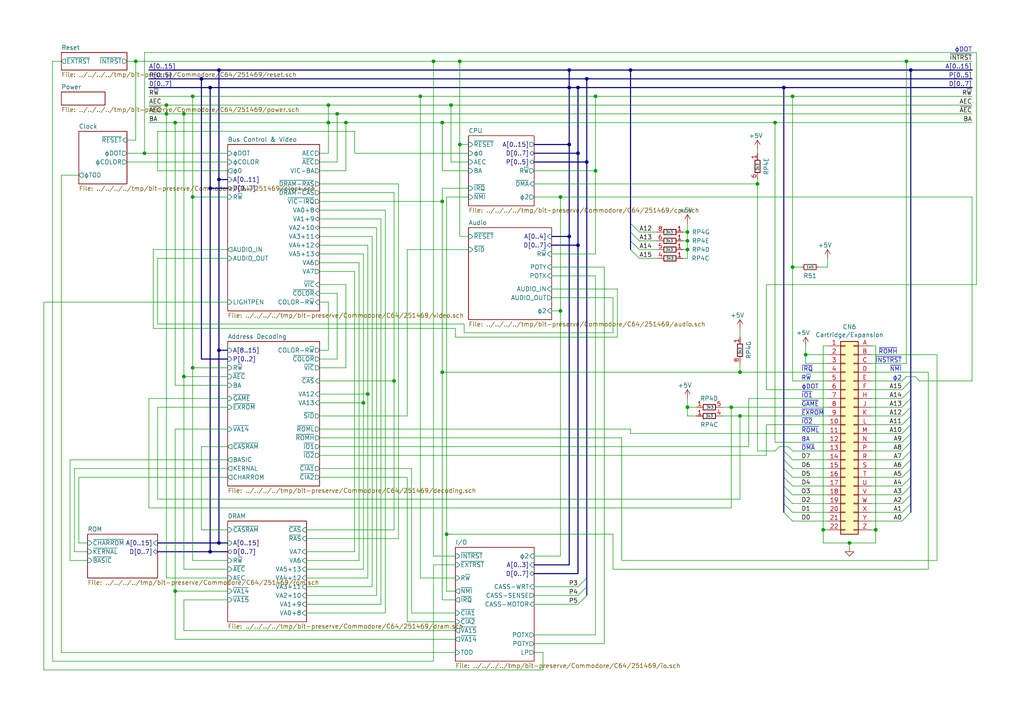
<source format=kicad_sch>
(kicad_sch (version 20230121) (generator eeschema)
  (paper "A4")
  (title_block (title "Commodore 64 (schematic #251469)") (date "2019-08-11") (rev "0.2") (company "Commodore Business Machines, Inc.") (comment 1 "Based on C64/C64C Service Manual (1992-03) pp. 31-32 [PN-314001-03]") (comment 4 "KiCad schematic capture by Cumbayah! <cumbayah@subetha.dk>"))
  (lib_symbols
    (symbol "Connector_Edge:Conn_02x22_Edge" (pin_names (offset 1.016) hide)
      (property "Reference" "J" (at 1.27 27.94 0))
      (property "Value" "Conn_02x22_Edge" (at 1.27 -30.48 0))
      (symbol "Conn_02x22_Edge_1_1"
        (rectangle (start -1.27 -27.813) (end 0 -28.067) (stroke (width 0.1524)))
        (rectangle (start -1.27 -25.273) (end 0 -25.527) (stroke (width 0.1524)))
        (rectangle (start -1.27 -22.733) (end 0 -22.987) (stroke (width 0.1524)))
        (rectangle (start -1.27 -20.193) (end 0 -20.447) (stroke (width 0.1524)))
        (rectangle (start -1.27 -17.653) (end 0 -17.907) (stroke (width 0.1524)))
        (rectangle (start -1.27 -15.113) (end 0 -15.367) (stroke (width 0.1524)))
        (rectangle (start -1.27 -12.573) (end 0 -12.827) (stroke (width 0.1524)))
        (rectangle (start -1.27 -10.033) (end 0 -10.287) (stroke (width 0.1524)))
        (rectangle (start -1.27 -7.493) (end 0 -7.747) (stroke (width 0.1524)))
        (rectangle (start -1.27 -4.953) (end 0 -5.207) (stroke (width 0.1524)))
        (rectangle (start -1.27 -2.413) (end 0 -2.667) (stroke (width 0.1524)))
        (rectangle (start -1.27 0.127) (end 0 -0.127) (stroke (width 0.1524)))
        (rectangle (start -1.27 2.667) (end 0 2.413) (stroke (width 0.1524)))
        (rectangle (start -1.27 5.207) (end 0 4.953) (stroke (width 0.1524)))
        (rectangle (start -1.27 7.747) (end 0 7.493) (stroke (width 0.1524)))
        (rectangle (start -1.27 10.287) (end 0 10.033) (stroke (width 0.1524)))
        (rectangle (start -1.27 12.827) (end 0 12.573) (stroke (width 0.1524)))
        (rectangle (start -1.27 15.367) (end 0 15.113) (stroke (width 0.1524)))
        (rectangle (start -1.27 17.907) (end 0 17.653) (stroke (width 0.1524)))
        (rectangle (start -1.27 20.447) (end 0 20.193) (stroke (width 0.1524)))
        (rectangle (start -1.27 22.987) (end 0 22.733) (stroke (width 0.1524)))
        (rectangle (start -1.27 25.527) (end 0 25.273) (stroke (width 0.1524)))
        (rectangle (start -1.27 26.67) (end 3.81 -29.21) (stroke (width 0.254)) (fill (type background)))
        (rectangle (start 3.81 -27.813) (end 2.54 -28.067) (stroke (width 0.1524)))
        (rectangle (start 3.81 -25.273) (end 2.54 -25.527) (stroke (width 0.1524)))
        (rectangle (start 3.81 -22.733) (end 2.54 -22.987) (stroke (width 0.1524)))
        (rectangle (start 3.81 -20.193) (end 2.54 -20.447) (stroke (width 0.1524)))
        (rectangle (start 3.81 -17.653) (end 2.54 -17.907) (stroke (width 0.1524)))
        (rectangle (start 3.81 -15.113) (end 2.54 -15.367) (stroke (width 0.1524)))
        (rectangle (start 3.81 -12.573) (end 2.54 -12.827) (stroke (width 0.1524)))
        (rectangle (start 3.81 -10.033) (end 2.54 -10.287) (stroke (width 0.1524)))
        (rectangle (start 3.81 -7.493) (end 2.54 -7.747) (stroke (width 0.1524)))
        (rectangle (start 3.81 -4.953) (end 2.54 -5.207) (stroke (width 0.1524)))
        (rectangle (start 3.81 -2.413) (end 2.54 -2.667) (stroke (width 0.1524)))
        (rectangle (start 3.81 0.127) (end 2.54 -0.127) (stroke (width 0.1524)))
        (rectangle (start 3.81 2.667) (end 2.54 2.413) (stroke (width 0.1524)))
        (rectangle (start 3.81 5.207) (end 2.54 4.953) (stroke (width 0.1524)))
        (rectangle (start 3.81 7.747) (end 2.54 7.493) (stroke (width 0.1524)))
        (rectangle (start 3.81 10.287) (end 2.54 10.033) (stroke (width 0.1524)))
        (rectangle (start 3.81 12.827) (end 2.54 12.573) (stroke (width 0.1524)))
        (rectangle (start 3.81 15.367) (end 2.54 15.113) (stroke (width 0.1524)))
        (rectangle (start 3.81 17.907) (end 2.54 17.653) (stroke (width 0.1524)))
        (rectangle (start 3.81 20.447) (end 2.54 20.193) (stroke (width 0.1524)))
        (rectangle (start 3.81 22.987) (end 2.54 22.733) (stroke (width 0.1524)))
        (rectangle (start 3.81 25.527) (end 2.54 25.273) (stroke (width 0.1524)))
        (pin passive line (at -5.08 25.4 0) (length 3.81) (name "Pin_1") (number "1"))
        (pin passive line (at -5.08 2.54 0) (length 3.81) (name "Pin_10") (number "10"))
        (pin passive line (at -5.08 0 0) (length 3.81) (name "Pin_11") (number "11"))
        (pin passive line (at -5.08 -2.54 0) (length 3.81) (name "Pin_12") (number "12"))
        (pin passive line (at -5.08 -5.08 0) (length 3.81) (name "Pin_13") (number "13"))
        (pin passive line (at -5.08 -7.62 0) (length 3.81) (name "Pin_14") (number "14"))
        (pin passive line (at -5.08 -10.16 0) (length 3.81) (name "Pin_15") (number "15"))
        (pin passive line (at -5.08 -12.7 0) (length 3.81) (name "Pin_16") (number "16"))
        (pin passive line (at -5.08 -15.24 0) (length 3.81) (name "Pin_17") (number "17"))
        (pin passive line (at -5.08 -17.78 0) (length 3.81) (name "Pin_18") (number "18"))
        (pin passive line (at -5.08 -20.32 0) (length 3.81) (name "Pin_19") (number "19"))
        (pin passive line (at -5.08 22.86 0) (length 3.81) (name "Pin_2") (number "2"))
        (pin passive line (at -5.08 -22.86 0) (length 3.81) (name "Pin_20") (number "20"))
        (pin passive line (at -5.08 -25.4 0) (length 3.81) (name "Pin_21") (number "21"))
        (pin passive line (at -5.08 -27.94 0) (length 3.81) (name "Pin_22") (number "22"))
        (pin passive line (at -5.08 20.32 0) (length 3.81) (name "Pin_3") (number "3"))
        (pin passive line (at -5.08 17.78 0) (length 3.81) (name "Pin_4") (number "4"))
        (pin passive line (at -5.08 15.24 0) (length 3.81) (name "Pin_5") (number "5"))
        (pin passive line (at -5.08 12.7 0) (length 3.81) (name "Pin_6") (number "6"))
        (pin passive line (at -5.08 10.16 0) (length 3.81) (name "Pin_7") (number "7"))
        (pin passive line (at -5.08 7.62 0) (length 3.81) (name "Pin_8") (number "8"))
        (pin passive line (at -5.08 5.08 0) (length 3.81) (name "Pin_9") (number "9"))
        (pin passive line (at 7.62 25.4 180) (length 3.81) (name "Pin_A") (number "A"))
        (pin passive line (at 7.62 22.86 180) (length 3.81) (name "Pin_B") (number "B"))
        (pin passive line (at 7.62 20.32 180) (length 3.81) (name "Pin_C") (number "C"))
        (pin passive line (at 7.62 17.78 180) (length 3.81) (name "Pin_D") (number "D"))
        (pin passive line (at 7.62 15.24 180) (length 3.81) (name "Pin_E") (number "E"))
        (pin passive line (at 7.62 12.7 180) (length 3.81) (name "Pin_F") (number "F"))
        (pin passive line (at 7.62 10.16 180) (length 3.81) (name "Pin_H") (number "H"))
        (pin passive line (at 7.62 7.62 180) (length 3.81) (name "Pin_J") (number "J"))
        (pin passive line (at 7.62 5.08 180) (length 3.81) (name "Pin_K") (number "K"))
        (pin passive line (at 7.62 2.54 180) (length 3.81) (name "Pin_L") (number "L"))
        (pin passive line (at 7.62 0 180) (length 3.81) (name "Pin_M") (number "M"))
        (pin passive line (at 7.62 -2.54 180) (length 3.81) (name "Pin_N") (number "N"))
        (pin passive line (at 7.62 -5.08 180) (length 3.81) (name "Pin_P") (number "P"))
        (pin passive line (at 7.62 -7.62 180) (length 3.81) (name "Pin_R") (number "R"))
        (pin passive line (at 7.62 -10.16 180) (length 3.81) (name "Pin_S") (number "S"))
        (pin passive line (at 7.62 -12.7 180) (length 3.81) (name "Pin_T") (number "T"))
        (pin passive line (at 7.62 -15.24 180) (length 3.81) (name "Pin_U") (number "U"))
        (pin passive line (at 7.62 -17.78 180) (length 3.81) (name "Pin_V") (number "V"))
        (pin passive line (at 7.62 -20.32 180) (length 3.81) (name "Pin_W") (number "W"))
        (pin passive line (at 7.62 -22.86 180) (length 3.81) (name "Pin_X") (number "X"))
        (pin passive line (at 7.62 -25.4 180) (length 3.81) (name "Pin_Y") (number "Y"))
        (pin passive line (at 7.62 -27.94 180) (length 3.81) (name "Pin_Z") (number "Z"))
      )
    )
    (symbol "Device:R_Small" (pin_numbers hide) (pin_names (offset 0.254) hide)
      (property "Reference" "R" (at 0.762 0.508 0))
      (property "Value" "R_Small" (at 0.762 -1.016 0))
      (symbol "R_Small_0_1"
        (rectangle (start -0.762 1.778) (end 0.762 -1.778) (stroke (width 0.2032)))
      )
      (symbol "R_Small_1_1"
        (pin passive line (at 0 2.54 270) (length 0.762) (name "~") (number "1"))
        (pin passive line (at 0 -2.54 90) (length 0.762) (name "~") (number "2"))
      )
    )
    (symbol "Resistor_Pack:R_Network09_Split" (pin_names (offset 1.016) hide)
      (property "Reference" "RN" (at 1.27 0.635 0))
      (property "Value" "R_Network09_Split" (at 1.27 -1.27 0))
      (symbol "R_Network09_Split_0_0"
        (pin passive line (at 0 3.81 270) (length 2.032) (name "common") (number "1"))
      )
      (symbol "R_Network09_Split_0_1"
        (rectangle (start -0.762 1.778) (end 0.762 -1.778) (stroke (width 0.2032)))
      )
      (symbol "R_Network09_Split_1_1"
        (pin passive line (at 0 -3.81 90) (length 2.032) (name "R1") (number "2"))
      )
      (symbol "R_Network09_Split_2_1"
        (rectangle (start -0.762 1.778) (end 0.762 -1.778) (stroke (width 0.2032)))
        (pin passive line (at 0 3.81 270) (length 2.032) (name "common") (number "1"))
        (pin passive line (at 0 -3.81 90) (length 2.032) (name "R2") (number "3"))
      )
      (symbol "R_Network09_Split_3_1"
        (rectangle (start -0.762 1.778) (end 0.762 -1.778) (stroke (width 0.2032)))
        (pin passive line (at 0 3.81 270) (length 2.032) (name "common") (number "1"))
        (pin passive line (at 0 -3.81 90) (length 2.032) (name "R3") (number "4"))
      )
      (symbol "R_Network09_Split_4_1"
        (rectangle (start -0.762 1.778) (end 0.762 -1.778) (stroke (width 0.2032)))
        (pin passive line (at 0 3.81 270) (length 2.032) (name "common") (number "1"))
        (pin passive line (at 0 -3.81 90) (length 2.032) (name "R4") (number "5"))
      )
      (symbol "R_Network09_Split_5_1"
        (rectangle (start -0.762 1.778) (end 0.762 -1.778) (stroke (width 0.2032)))
        (pin passive line (at 0 3.81 270) (length 2.032) (name "common") (number "1"))
        (pin passive line (at 0 -3.81 90) (length 2.032) (name "R5") (number "6"))
      )
      (symbol "R_Network09_Split_6_1"
        (rectangle (start -0.762 1.778) (end 0.762 -1.778) (stroke (width 0.2032)))
        (pin passive line (at 0 3.81 270) (length 2.032) (name "common") (number "1"))
        (pin passive line (at 0 -3.81 90) (length 2.032) (name "R6") (number "7"))
      )
      (symbol "R_Network09_Split_7_1"
        (rectangle (start -0.762 1.778) (end 0.762 -1.778) (stroke (width 0.2032)))
        (pin passive line (at 0 3.81 270) (length 2.032) (name "common") (number "1"))
        (pin passive line (at 0 -3.81 90) (length 2.032) (name "R7") (number "8"))
      )
      (symbol "R_Network09_Split_8_1"
        (pin passive line (at 0 -3.81 90) (length 2.032) (name "R8") (number "9"))
      )
      (symbol "R_Network09_Split_9_1"
        (pin passive line (at 0 -3.81 90) (length 2.032) (name "R9") (number "10"))
      )
    )
    (symbol "power:+5V" (power) (pin_names (offset 0))
      (property "Value" "+5V" (at 0 3.556 0))
      (symbol "+5V_0_1"
        (polyline (pts (xy -0.762 1.27) (xy 0 2.54)))
        (polyline (pts (xy 0 0) (xy 0 2.54)))
        (polyline (pts (xy 0 2.54) (xy 0.762 1.27)))
      )
      (symbol "+5V_1_1"
        (pin power_in line (at 0 0 90) (length 0) hide (name "+5V") (number "1"))
      )
    )
    (symbol "power:GND" (power) (pin_names (offset 0))
      (property "Value" "GND" (at 0 -3.81 0))
      (symbol "GND_0_1"
        (polyline (pts (xy 0 0) (xy 0 -1.27) (xy 1.27 -1.27) (xy 0 -2.54) (xy -1.27 -1.27) (xy 0 -1.27)))
      )
      (symbol "GND_1_1"
        (pin power_in line (at 0 0 270) (length 0) hide (name "GND") (number "1"))
      )
    )
  )
  (junction (at 55.88 57.15))
  (junction (at 95.25 30.48))
  (junction (at 262.89 17.78))
  (junction (at 219.71 53.34))
  (junction (at 212.09 118.11))
  (junction (at 214.63 107.95))
  (junction (at 63.5 20.32))
  (junction (at 199.39 67.31))
  (junction (at 63.5 52.07))
  (junction (at 100.33 35.56))
  (junction (at 162.56 57.15))
  (junction (at 133.35 41.91))
  (junction (at 106.68 114.3))
  (junction (at 170.18 46.99))
  (junction (at 50.8 171.45))
  (junction (at 58.42 22.86))
  (junction (at 63.5 101.6))
  (junction (at 199.39 72.39))
  (junction (at 172.72 27.94))
  (junction (at 246.38 157.48))
  (junction (at 165.1 25.4))
  (junction (at 167.64 71.12))
  (junction (at 167.64 44.45))
  (junction (at 105.41 116.84))
  (junction (at 48.26 30.48))
  (junction (at 264.16 20.32))
  (junction (at 60.96 25.4))
  (junction (at 254 153.67))
  (junction (at 227.33 25.4))
  (junction (at 233.68 102.87))
  (junction (at 165.1 20.32))
  (junction (at 238.76 153.67))
  (junction (at 55.88 27.94))
  (junction (at 41.91 44.45))
  (junction (at 121.92 27.94))
  (junction (at 53.34 33.02))
  (junction (at 60.96 160.02))
  (junction (at 182.88 20.32))
  (junction (at 48.26 33.02))
  (junction (at 229.87 27.94))
  (junction (at 199.39 118.11))
  (junction (at 199.39 69.85))
  (junction (at 128.27 35.56))
  (junction (at 167.64 25.4))
  (junction (at 133.35 17.78))
  (junction (at 224.79 35.56))
  (junction (at 130.81 30.48))
  (junction (at 53.34 109.22))
  (junction (at 97.79 33.02))
  (junction (at 125.73 17.78))
  (junction (at 170.18 22.86))
  (junction (at 60.96 54.61))
  (junction (at 39.37 17.78))
  (junction (at 63.5 157.48))
  (junction (at 114.3 110.49))
  (junction (at 172.72 49.53))
  (junction (at 229.87 77.47))
  (junction (at 162.56 90.17))
  (junction (at 214.63 120.65))
  (junction (at 128.27 107.95))
  (junction (at 128.27 58.42))
  (junction (at 129.54 154.94))
  (junction (at 50.8 35.56))
  (junction (at 95.25 35.56))
  (junction (at 165.1 68.58))
  (junction (at 55.88 106.68))
  (junction (at 165.1 41.91))
  (bus_entry (at 261.62 115.57) (size 2.54 -2.54))
  (bus_entry (at 167.64 170.18) (size 2.54 -2.54))
  (bus_entry (at 261.62 138.43) (size 2.54 -2.54))
  (bus_entry (at 261.62 125.73) (size 2.54 -2.54))
  (bus_entry (at 261.62 130.81) (size 2.54 -2.54))
  (bus_entry (at 261.62 146.05) (size 2.54 -2.54))
  (bus_entry (at 227.33 148.59) (size 2.54 2.54))
  (bus_entry (at 261.62 143.51) (size 2.54 -2.54))
  (bus_entry (at 182.88 72.39) (size 2.54 2.54))
  (bus_entry (at 182.88 64.77) (size 2.54 2.54))
  (bus_entry (at 167.64 172.72) (size 2.54 -2.54))
  (bus_entry (at 227.33 130.81) (size 2.54 2.54))
  (bus_entry (at 227.33 140.97) (size 2.54 2.54))
  (bus_entry (at 261.62 123.19) (size 2.54 -2.54))
  (bus_entry (at 261.62 140.97) (size 2.54 -2.54))
  (bus_entry (at 261.62 151.13) (size 2.54 -2.54))
  (bus_entry (at 261.62 133.35) (size 2.54 -2.54))
  (bus_entry (at 227.33 143.51) (size 2.54 2.54))
  (bus_entry (at 261.62 135.89) (size 2.54 -2.54))
  (bus_entry (at 261.62 118.11) (size 2.54 -2.54))
  (bus_entry (at 261.62 113.03) (size 2.54 -2.54))
  (bus_entry (at 182.88 69.85) (size 2.54 2.54))
  (bus_entry (at 261.62 128.27) (size 2.54 -2.54))
  (bus_entry (at 227.33 138.43) (size 2.54 2.54))
  (bus_entry (at 227.33 133.35) (size 2.54 2.54))
  (bus_entry (at 182.88 67.31) (size 2.54 2.54))
  (bus_entry (at 227.33 135.89) (size 2.54 2.54))
  (bus_entry (at 261.62 120.65) (size 2.54 -2.54))
  (bus_entry (at 167.64 175.26) (size 2.54 -2.54))
  (bus_entry (at 261.62 148.59) (size 2.54 -2.54))
  (bus_entry (at 227.33 146.05) (size 2.54 2.54))
  (wire (pts (xy 118.11 120.65) (xy 118.11 72.39)))
  (wire (pts (xy 66.04 57.15) (xy 55.88 57.15)))
  (wire (pts (xy 262.89 17.78) (xy 281.94 17.78)))
  (wire (pts (xy 132.08 177.8) (xy 119.38 177.8)))
  (wire (pts (xy 135.89 46.99) (xy 130.81 46.99)))
  (bus (pts (xy 227.33 140.97) (xy 227.33 143.51)))
  (wire (pts (xy 55.88 27.94) (xy 121.92 27.94)))
  (wire (pts (xy 21.59 135.89) (xy 66.04 135.89)))
  (wire (pts (xy 45.72 93.98) (xy 134.62 93.98)))
  (wire (pts (xy 172.72 49.53) (xy 172.72 27.94)))
  (wire (pts (xy 121.92 167.64) (xy 132.08 167.64)))
  (wire (pts (xy 92.71 46.99) (xy 97.79 46.99)))
  (wire (pts (xy 212.09 118.11) (xy 212.09 147.32)))
  (wire (pts (xy 157.48 189.23) (xy 154.94 189.23)))
  (wire (pts (xy 229.87 110.49) (xy 240.03 110.49)))
  (wire (pts (xy 162.56 57.15) (xy 162.56 90.17)))
  (wire (pts (xy 233.68 105.41) (xy 233.68 102.87)))
  (wire (pts (xy 105.41 116.84) (xy 105.41 165.1)))
  (wire (pts (xy 92.71 82.55) (xy 100.33 82.55)))
  (wire (pts (xy 252.73 140.97) (xy 261.62 140.97)))
  (wire (pts (xy 92.71 124.46) (xy 182.88 124.46)))
  (wire (pts (xy 281.94 57.15) (xy 281.94 110.49)))
  (wire (pts (xy 238.76 153.67) (xy 238.76 100.33)))
  (bus (pts (xy 170.18 167.64) (xy 170.18 170.18)))
  (wire (pts (xy 50.8 171.45) (xy 50.8 185.42)))
  (wire (pts (xy 132.08 163.83) (xy 125.73 163.83)))
  (wire (pts (xy 118.11 180.34) (xy 132.08 180.34)))
  (wire (pts (xy 58.42 129.54) (xy 58.42 153.67)))
  (bus (pts (xy 264.16 135.89) (xy 264.16 138.43)))
  (wire (pts (xy 162.56 161.29) (xy 162.56 90.17)))
  (wire (pts (xy 92.71 110.49) (xy 114.3 110.49)))
  (wire (pts (xy 182.88 125.73) (xy 240.03 125.73)))
  (wire (pts (xy 229.87 77.47) (xy 229.87 27.94)))
  (wire (pts (xy 66.04 109.22) (xy 53.34 109.22)))
  (wire (pts (xy 133.35 41.91) (xy 133.35 17.78)))
  (wire (pts (xy 53.34 109.22) (xy 53.34 165.1)))
  (wire (pts (xy 222.25 82.55) (xy 222.25 113.03)))
  (wire (pts (xy 50.8 185.42) (xy 132.08 185.42)))
  (wire (pts (xy 88.9 162.56) (xy 104.14 162.56)))
  (wire (pts (xy 102.87 44.45) (xy 102.87 38.1)))
  (wire (pts (xy 50.8 171.45) (xy 66.04 171.45)))
  (wire (pts (xy 92.71 104.14) (xy 97.79 104.14)))
  (wire (pts (xy 44.45 72.39) (xy 44.45 95.25)))
  (bus (pts (xy 154.94 166.37) (xy 167.64 166.37)))
  (wire (pts (xy 12.7 87.63) (xy 12.7 194.31)))
  (bus (pts (xy 60.96 54.61) (xy 60.96 160.02)))
  (wire (pts (xy 252.73 105.41) (xy 262.89 105.41)))
  (bus (pts (xy 182.88 67.31) (xy 182.88 69.85)))
  (wire (pts (xy 154.94 161.29) (xy 162.56 161.29)))
  (bus (pts (xy 63.5 101.6) (xy 63.5 157.48)))
  (wire (pts (xy 92.71 44.45) (xy 95.25 44.45)))
  (wire (pts (xy 252.73 133.35) (xy 261.62 133.35)))
  (wire (pts (xy 219.71 130.81) (xy 224.79 130.81)))
  (wire (pts (xy 252.73 110.49) (xy 261.62 110.49)))
  (bus (pts (xy 170.18 170.18) (xy 170.18 172.72)))
  (bus (pts (xy 60.96 160.02) (xy 66.04 160.02)))
  (wire (pts (xy 111.76 60.96) (xy 111.76 177.8)))
  (wire (pts (xy 252.73 138.43) (xy 261.62 138.43)))
  (wire (pts (xy 252.73 120.65) (xy 261.62 120.65)))
  (wire (pts (xy 50.8 124.46) (xy 50.8 171.45)))
  (wire (pts (xy 125.73 161.29) (xy 125.73 17.78)))
  (wire (pts (xy 175.26 186.69) (xy 154.94 186.69)))
  (wire (pts (xy 209.55 120.65) (xy 214.63 120.65)))
  (wire (pts (xy 53.34 33.02) (xy 97.79 33.02)))
  (wire (pts (xy 254 157.48) (xy 254 153.67)))
  (wire (pts (xy 48.26 33.02) (xy 48.26 167.64)))
  (bus (pts (xy 58.42 22.86) (xy 170.18 22.86)))
  (wire (pts (xy 128.27 54.61) (xy 135.89 54.61)))
  (wire (pts (xy 58.42 129.54) (xy 66.04 129.54)))
  (wire (pts (xy 252.73 143.51) (xy 261.62 143.51)))
  (wire (pts (xy 130.81 46.99) (xy 130.81 30.48)))
  (bus (pts (xy 60.96 160.02) (xy 45.72 160.02)))
  (wire (pts (xy 238.76 157.48) (xy 246.38 157.48)))
  (bus (pts (xy 167.64 44.45) (xy 167.64 71.12)))
  (wire (pts (xy 53.34 173.99) (xy 66.04 173.99)))
  (wire (pts (xy 17.78 189.23) (xy 132.08 189.23)))
  (wire (pts (xy 269.24 107.95) (xy 269.24 165.1)))
  (wire (pts (xy 97.79 46.99) (xy 97.79 33.02)))
  (bus (pts (xy 182.88 20.32) (xy 264.16 20.32)))
  (bus (pts (xy 264.16 20.32) (xy 264.16 110.49)))
  (wire (pts (xy 224.79 35.56) (xy 281.94 35.56)))
  (wire (pts (xy 43.18 35.56) (xy 50.8 35.56)))
  (wire (pts (xy 224.79 35.56) (xy 224.79 128.27)))
  (bus (pts (xy 165.1 20.32) (xy 182.88 20.32)))
  (wire (pts (xy 190.5 72.39) (xy 185.42 72.39)))
  (wire (pts (xy 25.4 157.48) (xy 22.86 157.48)))
  (bus (pts (xy 227.33 130.81) (xy 227.33 133.35)))
  (wire (pts (xy 128.27 58.42) (xy 128.27 54.61)))
  (wire (pts (xy 228.6 129.54) (xy 229.87 130.81)))
  (wire (pts (xy 214.63 120.65) (xy 214.63 144.78)))
  (bus (pts (xy 165.1 25.4) (xy 165.1 41.91)))
  (wire (pts (xy 102.87 160.02) (xy 88.9 160.02)))
  (bus (pts (xy 182.88 69.85) (xy 182.88 72.39)))
  (wire (pts (xy 172.72 27.94) (xy 229.87 27.94)))
  (wire (pts (xy 133.35 68.58) (xy 135.89 68.58)))
  (wire (pts (xy 21.59 160.02) (xy 25.4 160.02)))
  (wire (pts (xy 240.03 138.43) (xy 229.87 138.43)))
  (wire (pts (xy 162.56 57.15) (xy 281.94 57.15)))
  (wire (pts (xy 212.09 118.11) (xy 209.55 118.11)))
  (wire (pts (xy 157.48 194.31) (xy 157.48 189.23)))
  (bus (pts (xy 264.16 125.73) (xy 264.16 128.27)))
  (bus (pts (xy 227.33 146.05) (xy 227.33 148.59)))
  (wire (pts (xy 45.72 93.98) (xy 45.72 74.93)))
  (wire (pts (xy 219.71 53.34) (xy 219.71 130.81)))
  (bus (pts (xy 58.42 22.86) (xy 58.42 104.14)))
  (wire (pts (xy 179.07 83.82) (xy 160.02 83.82)))
  (wire (pts (xy 110.49 63.5) (xy 110.49 175.26)))
  (wire (pts (xy 198.12 72.39) (xy 199.39 72.39)))
  (wire (pts (xy 50.8 111.76) (xy 66.04 111.76)))
  (wire (pts (xy 172.72 49.53) (xy 172.72 73.66)))
  (wire (pts (xy 43.18 147.32) (xy 212.09 147.32)))
  (wire (pts (xy 92.71 135.89) (xy 119.38 135.89)))
  (wire (pts (xy 106.68 71.12) (xy 92.71 71.12)))
  (wire (pts (xy 125.73 17.78) (xy 133.35 17.78)))
  (wire (pts (xy 95.25 35.56) (xy 95.25 44.45)))
  (wire (pts (xy 271.78 102.87) (xy 271.78 162.56)))
  (wire (pts (xy 182.88 124.46) (xy 182.88 125.73)))
  (wire (pts (xy 224.79 130.81) (xy 226.06 129.54)))
  (wire (pts (xy 39.37 40.64) (xy 39.37 17.78)))
  (wire (pts (xy 252.73 115.57) (xy 261.62 115.57)))
  (wire (pts (xy 154.94 57.15) (xy 162.56 57.15)))
  (bus (pts (xy 264.16 128.27) (xy 264.16 130.81)))
  (bus (pts (xy 63.5 157.48) (xy 45.72 157.48)))
  (bus (pts (xy 63.5 52.07) (xy 63.5 101.6)))
  (bus (pts (xy 264.16 118.11) (xy 264.16 120.65)))
  (wire (pts (xy 106.68 114.3) (xy 106.68 167.64)))
  (wire (pts (xy 177.8 165.1) (xy 177.8 154.94)))
  (wire (pts (xy 17.78 17.78) (xy 15.24 17.78)))
  (wire (pts (xy 129.54 57.15) (xy 129.54 154.94)))
  (wire (pts (xy 95.25 35.56) (xy 100.33 35.56)))
  (wire (pts (xy 121.92 27.94) (xy 121.92 167.64)))
  (wire (pts (xy 252.73 130.81) (xy 261.62 130.81)))
  (wire (pts (xy 107.95 68.58) (xy 92.71 68.58)))
  (wire (pts (xy 199.39 118.11) (xy 199.39 120.65)))
  (wire (pts (xy 95.25 30.48) (xy 95.25 35.56)))
  (wire (pts (xy 190.5 69.85) (xy 185.42 69.85)))
  (wire (pts (xy 252.73 128.27) (xy 261.62 128.27)))
  (wire (pts (xy 121.92 27.94) (xy 172.72 27.94)))
  (bus (pts (xy 227.33 25.4) (xy 227.33 130.81)))
  (bus (pts (xy 264.16 146.05) (xy 264.16 148.59)))
  (wire (pts (xy 53.34 165.1) (xy 66.04 165.1)))
  (bus (pts (xy 60.96 54.61) (xy 66.04 54.61)))
  (wire (pts (xy 199.39 120.65) (xy 201.93 120.65)))
  (wire (pts (xy 114.3 110.49) (xy 114.3 153.67)))
  (wire (pts (xy 41.91 44.45) (xy 41.91 15.24)))
  (wire (pts (xy 252.73 125.73) (xy 261.62 125.73)))
  (wire (pts (xy 269.24 165.1) (xy 177.8 165.1)))
  (wire (pts (xy 95.25 87.63) (xy 92.71 87.63)))
  (wire (pts (xy 88.9 167.64) (xy 106.68 167.64)))
  (wire (pts (xy 133.35 41.91) (xy 133.35 68.58)))
  (wire (pts (xy 44.45 95.25) (xy 132.08 95.25)))
  (wire (pts (xy 262.89 109.22) (xy 265.43 109.22)))
  (wire (pts (xy 45.72 38.1) (xy 45.72 49.53)))
  (wire (pts (xy 129.54 154.94) (xy 177.8 154.94)))
  (bus (pts (xy 264.16 110.49) (xy 264.16 113.03)))
  (wire (pts (xy 43.18 147.32) (xy 43.18 115.57)))
  (wire (pts (xy 43.18 33.02) (xy 48.26 33.02)))
  (wire (pts (xy 36.83 17.78) (xy 39.37 17.78)))
  (wire (pts (xy 134.62 93.98) (xy 134.62 96.52)))
  (wire (pts (xy 95.25 30.48) (xy 130.81 30.48)))
  (wire (pts (xy 115.57 53.34) (xy 115.57 156.21)))
  (wire (pts (xy 92.71 114.3) (xy 106.68 114.3)))
  (wire (pts (xy 92.71 53.34) (xy 115.57 53.34)))
  (wire (pts (xy 222.25 123.19) (xy 240.03 123.19)))
  (wire (pts (xy 240.03 135.89) (xy 229.87 135.89)))
  (wire (pts (xy 55.88 106.68) (xy 55.88 162.56)))
  (wire (pts (xy 252.73 148.59) (xy 261.62 148.59)))
  (wire (pts (xy 240.03 146.05) (xy 229.87 146.05)))
  (wire (pts (xy 154.94 175.26) (xy 167.64 175.26)))
  (wire (pts (xy 88.9 156.21) (xy 115.57 156.21)))
  (wire (pts (xy 266.7 110.49) (xy 281.94 110.49)))
  (wire (pts (xy 119.38 177.8) (xy 119.38 135.89)))
  (bus (pts (xy 264.16 130.81) (xy 264.16 133.35)))
  (bus (pts (xy 63.5 20.32) (xy 63.5 52.07)))
  (wire (pts (xy 154.94 53.34) (xy 219.71 53.34)))
  (wire (pts (xy 154.94 170.18) (xy 167.64 170.18)))
  (wire (pts (xy 20.32 133.35) (xy 66.04 133.35)))
  (wire (pts (xy 53.34 182.88) (xy 53.34 173.99)))
  (bus (pts (xy 264.16 113.03) (xy 264.16 115.57)))
  (wire (pts (xy 130.81 30.48) (xy 281.94 30.48)))
  (wire (pts (xy 224.79 128.27) (xy 240.03 128.27)))
  (wire (pts (xy 262.89 17.78) (xy 262.89 105.41)))
  (wire (pts (xy 92.71 132.08) (xy 222.25 132.08)))
  (wire (pts (xy 217.17 115.57) (xy 240.03 115.57)))
  (bus (pts (xy 182.88 64.77) (xy 182.88 67.31)))
  (wire (pts (xy 179.07 97.79) (xy 179.07 83.82)))
  (wire (pts (xy 55.88 27.94) (xy 55.88 57.15)))
  (wire (pts (xy 114.3 153.67) (xy 88.9 153.67)))
  (bus (pts (xy 227.33 138.43) (xy 227.33 140.97)))
  (wire (pts (xy 240.03 118.11) (xy 212.09 118.11)))
  (wire (pts (xy 105.41 73.66) (xy 105.41 116.84)))
  (wire (pts (xy 100.33 106.68) (xy 92.71 106.68)))
  (bus (pts (xy 264.16 140.97) (xy 264.16 143.51)))
  (wire (pts (xy 22.86 50.8) (xy 17.78 50.8)))
  (bus (pts (xy 154.94 44.45) (xy 167.64 44.45)))
  (wire (pts (xy 265.43 109.22) (xy 266.7 110.49)))
  (wire (pts (xy 160.02 90.17) (xy 162.56 90.17)))
  (wire (pts (xy 102.87 38.1) (xy 45.72 38.1)))
  (wire (pts (xy 88.9 177.8) (xy 111.76 177.8)))
  (bus (pts (xy 264.16 115.57) (xy 264.16 118.11)))
  (wire (pts (xy 66.04 118.11) (xy 45.72 118.11)))
  (wire (pts (xy 240.03 140.97) (xy 229.87 140.97)))
  (wire (pts (xy 198.12 74.93) (xy 199.39 74.93)))
  (wire (pts (xy 252.73 146.05) (xy 261.62 146.05)))
  (wire (pts (xy 104.14 76.2) (xy 92.71 76.2)))
  (wire (pts (xy 229.87 77.47) (xy 232.41 77.47)))
  (wire (pts (xy 48.26 30.48) (xy 95.25 30.48)))
  (wire (pts (xy 233.68 100.33) (xy 233.68 102.87)))
  (bus (pts (xy 43.18 22.86) (xy 58.42 22.86)))
  (wire (pts (xy 217.17 129.54) (xy 217.17 115.57)))
  (wire (pts (xy 105.41 73.66) (xy 92.71 73.66)))
  (wire (pts (xy 92.71 127) (xy 180.34 127)))
  (wire (pts (xy 53.34 109.22) (xy 53.34 33.02)))
  (bus (pts (xy 43.18 25.4) (xy 60.96 25.4)))
  (wire (pts (xy 283.21 82.55) (xy 222.25 82.55)))
  (wire (pts (xy 160.02 80.01) (xy 172.72 80.01)))
  (wire (pts (xy 53.34 182.88) (xy 132.08 182.88)))
  (wire (pts (xy 246.38 158.75) (xy 246.38 157.48)))
  (wire (pts (xy 15.24 17.78) (xy 15.24 191.77)))
  (wire (pts (xy 66.04 124.46) (xy 50.8 124.46)))
  (wire (pts (xy 172.72 73.66) (xy 160.02 73.66)))
  (wire (pts (xy 45.72 118.11) (xy 45.72 144.78)))
  (wire (pts (xy 177.8 96.52) (xy 177.8 86.36)))
  (wire (pts (xy 97.79 33.02) (xy 281.94 33.02)))
  (wire (pts (xy 199.39 67.31) (xy 199.39 64.77)))
  (bus (pts (xy 154.94 46.99) (xy 170.18 46.99)))
  (bus (pts (xy 160.02 71.12) (xy 167.64 71.12)))
  (wire (pts (xy 252.73 113.03) (xy 261.62 113.03)))
  (wire (pts (xy 175.26 77.47) (xy 175.26 186.69)))
  (wire (pts (xy 102.87 78.74) (xy 102.87 160.02)))
  (bus (pts (xy 165.1 68.58) (xy 165.1 163.83)))
  (bus (pts (xy 227.33 143.51) (xy 227.33 146.05)))
  (wire (pts (xy 190.5 74.93) (xy 185.42 74.93)))
  (wire (pts (xy 160.02 86.36) (xy 177.8 86.36)))
  (bus (pts (xy 63.5 20.32) (xy 165.1 20.32)))
  (wire (pts (xy 129.54 171.45) (xy 129.54 154.94)))
  (wire (pts (xy 97.79 85.09) (xy 92.71 85.09)))
  (wire (pts (xy 118.11 138.43) (xy 118.11 180.34)))
  (wire (pts (xy 214.63 95.25) (xy 214.63 97.79)))
  (wire (pts (xy 229.87 27.94) (xy 281.94 27.94)))
  (wire (pts (xy 128.27 58.42) (xy 128.27 107.95)))
  (wire (pts (xy 133.35 41.91) (xy 135.89 41.91)))
  (wire (pts (xy 240.03 120.65) (xy 214.63 120.65)))
  (wire (pts (xy 252.73 153.67) (xy 254 153.67)))
  (wire (pts (xy 92.71 138.43) (xy 118.11 138.43)))
  (bus (pts (xy 167.64 71.12) (xy 167.64 166.37)))
  (wire (pts (xy 92.71 49.53) (xy 100.33 49.53)))
  (wire (pts (xy 100.33 35.56) (xy 128.27 35.56)))
  (wire (pts (xy 114.3 55.88) (xy 114.3 110.49)))
  (wire (pts (xy 17.78 50.8) (xy 17.78 189.23)))
  (wire (pts (xy 22.86 138.43) (xy 66.04 138.43)))
  (wire (pts (xy 199.39 74.93) (xy 199.39 72.39)))
  (wire (pts (xy 198.12 69.85) (xy 199.39 69.85)))
  (wire (pts (xy 132.08 95.25) (xy 132.08 97.79)))
  (bus (pts (xy 154.94 41.91) (xy 165.1 41.91)))
  (wire (pts (xy 100.33 49.53) (xy 100.33 35.56)))
  (wire (pts (xy 129.54 57.15) (xy 135.89 57.15)))
  (wire (pts (xy 97.79 104.14) (xy 97.79 85.09)))
  (wire (pts (xy 118.11 72.39) (xy 135.89 72.39)))
  (wire (pts (xy 214.63 107.95) (xy 240.03 107.95)))
  (wire (pts (xy 240.03 102.87) (xy 233.68 102.87)))
  (bus (pts (xy 165.1 41.91) (xy 165.1 68.58)))
  (wire (pts (xy 154.94 49.53) (xy 172.72 49.53)))
  (wire (pts (xy 135.89 44.45) (xy 102.87 44.45)))
  (wire (pts (xy 114.3 55.88) (xy 92.71 55.88)))
  (wire (pts (xy 132.08 97.79) (xy 179.07 97.79)))
  (wire (pts (xy 110.49 63.5) (xy 92.71 63.5)))
  (bus (pts (xy 63.5 52.07) (xy 66.04 52.07)))
  (wire (pts (xy 190.5 67.31) (xy 185.42 67.31)))
  (wire (pts (xy 104.14 76.2) (xy 104.14 162.56)))
  (wire (pts (xy 100.33 82.55) (xy 100.33 106.68)))
  (wire (pts (xy 92.71 120.65) (xy 118.11 120.65)))
  (wire (pts (xy 95.25 101.6) (xy 95.25 87.63)))
  (wire (pts (xy 246.38 157.48) (xy 254 157.48)))
  (wire (pts (xy 92.71 116.84) (xy 105.41 116.84)))
  (wire (pts (xy 238.76 153.67) (xy 238.76 157.48)))
  (wire (pts (xy 48.26 30.48) (xy 48.26 33.02)))
  (bus (pts (xy 227.33 135.89) (xy 227.33 138.43)))
  (bus (pts (xy 58.42 104.14) (xy 66.04 104.14)))
  (bus (pts (xy 264.16 20.32) (xy 281.94 20.32)))
  (wire (pts (xy 252.73 118.11) (xy 261.62 118.11)))
  (wire (pts (xy 36.83 44.45) (xy 41.91 44.45)))
  (wire (pts (xy 107.95 170.18) (xy 88.9 170.18)))
  (wire (pts (xy 66.04 74.93) (xy 45.72 74.93)))
  (wire (pts (xy 48.26 33.02) (xy 53.34 33.02)))
  (bus (pts (xy 60.96 25.4) (xy 165.1 25.4)))
  (wire (pts (xy 92.71 58.42) (xy 128.27 58.42)))
  (wire (pts (xy 219.71 52.07) (xy 219.71 53.34)))
  (bus (pts (xy 264.16 123.19) (xy 264.16 125.73)))
  (wire (pts (xy 240.03 143.51) (xy 229.87 143.51)))
  (bus (pts (xy 43.18 20.32) (xy 63.5 20.32)))
  (wire (pts (xy 20.32 162.56) (xy 20.32 133.35)))
  (wire (pts (xy 43.18 27.94) (xy 55.88 27.94)))
  (wire (pts (xy 111.76 60.96) (xy 92.71 60.96)))
  (wire (pts (xy 105.41 165.1) (xy 88.9 165.1)))
  (bus (pts (xy 264.16 138.43) (xy 264.16 140.97)))
  (wire (pts (xy 88.9 172.72) (xy 109.22 172.72)))
  (wire (pts (xy 134.62 96.52) (xy 177.8 96.52)))
  (wire (pts (xy 172.72 184.15) (xy 154.94 184.15)))
  (wire (pts (xy 128.27 107.95) (xy 214.63 107.95)))
  (wire (pts (xy 283.21 15.24) (xy 283.21 82.55)))
  (wire (pts (xy 252.73 100.33) (xy 254 100.33)))
  (wire (pts (xy 135.89 49.53) (xy 128.27 49.53)))
  (wire (pts (xy 128.27 173.99) (xy 128.27 107.95)))
  (bus (pts (xy 170.18 46.99) (xy 170.18 167.64)))
  (wire (pts (xy 43.18 30.48) (xy 48.26 30.48)))
  (wire (pts (xy 271.78 162.56) (xy 180.34 162.56)))
  (wire (pts (xy 219.71 43.18) (xy 219.71 44.45)))
  (wire (pts (xy 36.83 40.64) (xy 39.37 40.64)))
  (wire (pts (xy 254 153.67) (xy 254 100.33)))
  (bus (pts (xy 165.1 25.4) (xy 167.64 25.4)))
  (wire (pts (xy 252.73 102.87) (xy 271.78 102.87)))
  (wire (pts (xy 107.95 68.58) (xy 107.95 170.18)))
  (bus (pts (xy 264.16 133.35) (xy 264.16 135.89)))
  (bus (pts (xy 167.64 25.4) (xy 227.33 25.4)))
  (wire (pts (xy 92.71 129.54) (xy 217.17 129.54)))
  (wire (pts (xy 240.03 133.35) (xy 229.87 133.35)))
  (wire (pts (xy 229.87 130.81) (xy 240.03 130.81)))
  (wire (pts (xy 132.08 161.29) (xy 125.73 161.29)))
  (wire (pts (xy 252.73 123.19) (xy 261.62 123.19)))
  (wire (pts (xy 240.03 153.67) (xy 238.76 153.67)))
  (wire (pts (xy 25.4 162.56) (xy 20.32 162.56)))
  (wire (pts (xy 261.62 110.49) (xy 262.89 109.22)))
  (wire (pts (xy 172.72 80.01) (xy 172.72 184.15)))
  (wire (pts (xy 252.73 135.89) (xy 261.62 135.89)))
  (wire (pts (xy 240.03 77.47) (xy 237.49 77.47)))
  (bus (pts (xy 63.5 157.48) (xy 66.04 157.48)))
  (bus (pts (xy 154.94 163.83) (xy 165.1 163.83)))
  (wire (pts (xy 109.22 66.04) (xy 92.71 66.04)))
  (wire (pts (xy 128.27 35.56) (xy 224.79 35.56)))
  (wire (pts (xy 199.39 118.11) (xy 199.39 115.57)))
  (wire (pts (xy 106.68 71.12) (xy 106.68 114.3)))
  (wire (pts (xy 66.04 72.39) (xy 44.45 72.39)))
  (wire (pts (xy 110.49 175.26) (xy 88.9 175.26)))
  (bus (pts (xy 227.33 25.4) (xy 281.94 25.4)))
  (bus (pts (xy 160.02 68.58) (xy 165.1 68.58)))
  (bus (pts (xy 170.18 22.86) (xy 170.18 46.99)))
  (wire (pts (xy 50.8 35.56) (xy 50.8 111.76)))
  (wire (pts (xy 240.03 74.93) (xy 240.03 77.47)))
  (wire (pts (xy 41.91 15.24) (xy 283.21 15.24)))
  (wire (pts (xy 66.04 87.63) (xy 12.7 87.63)))
  (wire (pts (xy 15.24 191.77) (xy 125.73 191.77)))
  (bus (pts (xy 264.16 143.51) (xy 264.16 146.05)))
  (wire (pts (xy 132.08 171.45) (xy 129.54 171.45)))
  (wire (pts (xy 92.71 101.6) (xy 95.25 101.6)))
  (wire (pts (xy 55.88 162.56) (xy 66.04 162.56)))
  (wire (pts (xy 222.25 113.03) (xy 240.03 113.03)))
  (wire (pts (xy 199.39 72.39) (xy 199.39 69.85)))
  (bus (pts (xy 264.16 120.65) (xy 264.16 123.19)))
  (wire (pts (xy 201.93 118.11) (xy 199.39 118.11)))
  (wire (pts (xy 214.63 105.41) (xy 214.63 107.95)))
  (bus (pts (xy 165.1 20.32) (xy 165.1 25.4)))
  (bus (pts (xy 167.64 25.4) (xy 167.64 44.45)))
  (wire (pts (xy 160.02 77.47) (xy 175.26 77.47)))
  (wire (pts (xy 133.35 17.78) (xy 262.89 17.78)))
  (wire (pts (xy 109.22 66.04) (xy 109.22 172.72)))
  (wire (pts (xy 229.87 77.47) (xy 229.87 110.49)))
  (wire (pts (xy 43.18 115.57) (xy 66.04 115.57)))
  (wire (pts (xy 45.72 49.53) (xy 66.04 49.53)))
  (wire (pts (xy 240.03 148.59) (xy 229.87 148.59)))
  (wire (pts (xy 180.34 162.56) (xy 180.34 127)))
  (wire (pts (xy 154.94 172.72) (xy 167.64 172.72)))
  (wire (pts (xy 199.39 69.85) (xy 199.39 67.31)))
  (wire (pts (xy 12.7 194.31) (xy 157.48 194.31)))
  (wire (pts (xy 41.91 44.45) (xy 66.04 44.45)))
  (wire (pts (xy 240.03 151.13) (xy 229.87 151.13)))
  (bus (pts (xy 182.88 20.32) (xy 182.88 64.77)))
  (wire (pts (xy 240.03 100.33) (xy 238.76 100.33)))
  (wire (pts (xy 48.26 167.64) (xy 66.04 167.64)))
  (wire (pts (xy 132.08 173.99) (xy 128.27 173.99)))
  (bus (pts (xy 227.33 133.35) (xy 227.33 135.89)))
  (wire (pts (xy 252.73 151.13) (xy 261.62 151.13)))
  (wire (pts (xy 58.42 153.67) (xy 66.04 153.67)))
  (wire (pts (xy 22.86 157.48) (xy 22.86 138.43)))
  (wire (pts (xy 55.88 57.15) (xy 55.88 106.68)))
  (wire (pts (xy 226.06 129.54) (xy 228.6 129.54)))
  (wire (pts (xy 36.83 46.99) (xy 66.04 46.99)))
  (bus (pts (xy 63.5 101.6) (xy 66.04 101.6)))
  (wire (pts (xy 252.73 107.95) (xy 269.24 107.95)))
  (wire (pts (xy 92.71 78.74) (xy 102.87 78.74)))
  (wire (pts (xy 39.37 17.78) (xy 125.73 17.78)))
  (bus (pts (xy 170.18 22.86) (xy 281.94 22.86)))
  (wire (pts (xy 240.03 105.41) (xy 233.68 105.41)))
  (bus (pts (xy 60.96 25.4) (xy 60.96 54.61)))
  (wire (pts (xy 45.72 144.78) (xy 214.63 144.78)))
  (wire (pts (xy 21.59 135.89) (xy 21.59 160.02)))
  (wire (pts (xy 198.12 67.31) (xy 199.39 67.31)))
  (wire (pts (xy 125.73 163.83) (xy 125.73 191.77)))
  (wire (pts (xy 128.27 49.53) (xy 128.27 35.56)))
  (wire (pts (xy 50.8 35.56) (xy 95.25 35.56)))
  (wire (pts (xy 55.88 106.68) (xy 66.04 106.68)))
  (wire (pts (xy 222.25 132.08) (xy 222.25 123.19)))
  (text "~{EXROM}" (at 232.41 120.65 0) (effects (font (size 1.27 1.27)) (justify left bottom)))
  (text "~{ROML}" (at 232.41 125.73 0) (effects (font (size 1.27 1.27)) (justify left bottom)))
  (text "ϕ2" (at 261.62 110.49 0) (effects (font (size 1.27 1.27)) (justify right bottom)))
  (text "~{ROMH}" (at 260.35 102.87 0) (effects (font (size 1.27 1.27)) (justify right bottom)))
  (text "R~{W}" (at 232.41 110.49 0) (effects (font (size 1.27 1.27)) (justify left bottom)))
  (text "~{INSTRST}" (at 261.62 105.41 0) (effects (font (size 1.27 1.27)) (justify right bottom)))
  (text "BA" (at 232.41 128.27 0) (effects (font (size 1.27 1.27)) (justify left bottom)))
  (text "~{IO2}" (at 232.41 123.19 0) (effects (font (size 1.27 1.27)) (justify left bottom)))
  (text "~{IO1}" (at 232.41 115.57 0) (effects (font (size 1.27 1.27)) (justify left bottom)))
  (text "~{IRQ}" (at 232.41 107.95 0) (effects (font (size 1.27 1.27)) (justify left bottom)))
  (text "ϕDOT" (at 281.94 15.24 0) (effects (font (size 1.27 1.27)) (justify right bottom)))
  (text "~{DMA}" (at 232.41 130.81 0) (effects (font (size 1.27 1.27)) (justify left bottom)))
  (text "~{NMI}" (at 261.62 107.95 0) (effects (font (size 1.27 1.27)) (justify right bottom)))
  (text "ϕDOT" (at 232.41 113.03 0) (effects (font (size 1.27 1.27)) (justify left bottom)))
  (text "~{GAME}" (at 232.41 118.11 0) (effects (font (size 1.27 1.27)) (justify left bottom)))
  (label "A13" (at 185.42 69.85 0))
  (label "D1" (at 232.41 148.59 0))
  (label "A11" (at 261.62 123.19 180))
  (label "~{AEC}" (at 43.18 33.02 0))
  (label "R~{W}" (at 43.18 27.94 0))
  (label "~{AEC}" (at 281.94 33.02 180))
  (label "A13" (at 261.62 118.11 180))
  (label "P5" (at 167.64 175.26 180))
  (label "A10" (at 261.62 125.73 180))
  (label "A12" (at 261.62 120.65 180))
  (label "D[0..7]" (at 281.94 25.4 180))
  (label "AEC" (at 43.18 30.48 0))
  (label "A6" (at 261.62 135.89 180))
  (label "A5" (at 261.62 138.43 180))
  (label "A15" (at 185.42 74.93 0))
  (label "A14" (at 261.62 115.57 180))
  (label "A[0..15]" (at 43.18 20.32 0))
  (label "R~{W}" (at 281.94 27.94 180))
  (label "A9" (at 261.62 128.27 180))
  (label "A7" (at 261.62 133.35 180))
  (label "A12" (at 185.42 67.31 0))
  (label "A2" (at 261.62 146.05 180))
  (label "P3" (at 167.64 170.18 180))
  (label "A[0..15]" (at 281.94 20.32 180))
  (label "A8" (at 261.62 130.81 180))
  (label "AEC" (at 281.94 30.48 180))
  (label "A4" (at 261.62 140.97 180))
  (label "D2" (at 232.41 146.05 0))
  (label "D7" (at 232.41 133.35 0))
  (label "D5" (at 232.41 138.43 0))
  (label "D4" (at 232.41 140.97 0))
  (label "A14" (at 185.42 72.39 0))
  (label "P[0..5]" (at 43.18 22.86 0))
  (label "P[0..5]" (at 281.94 22.86 180))
  (label "A0" (at 261.62 151.13 180))
  (label "D0" (at 232.41 151.13 0))
  (label "D6" (at 232.41 135.89 0))
  (label "D[0..7]" (at 43.18 25.4 0))
  (label "P4" (at 167.64 172.72 180))
  (label "D3" (at 232.41 143.51 0))
  (label "~{INTRST}" (at 281.94 17.78 180))
  (label "A3" (at 261.62 143.51 180))
  (label "A1" (at 261.62 148.59 180))
  (label "BA" (at 43.18 35.56 0))
  (label "A15" (at 261.62 113.03 180))
  (label "BA" (at 281.94 35.56 180))
  (symbol (lib_id "Resistor_Pack:R_Network09_Split") (at 194.31 74.93 270) (unit 3)
    (property "Reference" "RP4" (at 203.2 74.93 90))
    (property "Value" "3k3" (at 194.31 74.93 90) (effects (font (size 0.762 0.762))))
    (property "Footprint" "Resistor_THT:R_Array_SIP10" (effects hide))
    (property "Datasheet" "http://www.vishay.com/docs/31509/csc.pdf" (effects hide))
  )
  (symbol (lib_id "Resistor_Pack:R_Network09_Split") (at 194.31 69.85 270) (unit 5)
    (property "Reference" "RP4" (at 200.66 69.85 90) (effects (justify left)))
    (property "Value" "3k3" (at 193.04 69.85 90) (effects (font (size 0.762 0.762)) (justify left)))
    (property "Footprint" "Resistor_THT:R_Array_SIP10" (effects hide))
    (property "Datasheet" "http://www.vishay.com/docs/31509/csc.pdf" (effects hide))
  )
  (symbol (lib_id "Resistor_Pack:R_Network09_Split") (at 194.31 67.31 270) (unit 7)
    (property "Reference" "RP4" (at 200.66 67.31 90) (effects (justify left)))
    (property "Value" "3k3" (at 193.04 67.31 90) (effects (font (size 0.762 0.762)) (justify left)))
    (property "Footprint" "Resistor_THT:R_Array_SIP10" (effects hide))
    (property "Datasheet" "http://www.vishay.com/docs/31509/csc.pdf" (effects hide))
  )
  (symbol (lib_id "Resistor_Pack:R_Network09_Split") (at 194.31 72.39 270) (unit 4)
    (property "Reference" "RP4" (at 200.66 72.39 90) (effects (justify left)))
    (property "Value" "3k3" (at 193.04 72.39 90) (effects (font (size 0.762 0.762)) (justify left)))
    (property "Footprint" "Resistor_THT:R_Array_SIP10" (effects hide))
    (property "Datasheet" "http://www.vishay.com/docs/31509/csc.pdf" (effects hide))
  )
  (symbol (lib_id "power:+5V") (at 199.39 64.77 0) (unit 1)
    (property "Reference" "#PWR0266" (effects hide))
    (property "Value" "+5V" (at 196.85 60.96 0) (effects (justify left)))
  )
  (symbol (lib_id "Resistor_Pack:R_Network09_Split") (at 205.74 120.65 90) (unit 3)
    (property "Reference" "RP4" (at 205.74 123.19 90))
    (property "Value" "3k3" (at 205.74 120.65 90) (effects (font (size 0.762 0.762))))
    (property "Footprint" "Resistor_THT:R_Array_SIP10" (effects hide))
    (property "Datasheet" "http://www.vishay.com/docs/31509/csc.pdf" (effects hide))
  )
  (symbol (lib_id "Resistor_Pack:R_Network09_Split") (at 205.74 118.11 90) (unit 4)
    (property "Reference" "RP4" (at 208.28 115.57 90) (effects (justify left)))
    (property "Value" "3k3" (at 207.01 118.11 90) (effects (font (size 0.762 0.762)) (justify left)))
    (property "Footprint" "Resistor_THT:R_Array_SIP10" (effects hide))
    (property "Datasheet" "http://www.vishay.com/docs/31509/csc.pdf" (effects hide))
  )
  (symbol (lib_id "Connector_Edge:Conn_02x22_Edge") (at 245.11 125.73 0) (unit 1)
    (property "Reference" "CN6" (at 246.38 94.8182 0))
    (property "Value" "Cartridge/Expansion" (at 246.38 97.1296 0))
  )
  (symbol (lib_id "power:+5V") (at 199.39 115.57 0) (mirror y) (unit 1)
    (property "Reference" "#PWR0262" (effects hide))
    (property "Value" "+5V" (at 200.66 111.76 0) (effects (justify left)))
  )
  (symbol (lib_id "power:+5V") (at 219.71 43.18 0) (unit 1)
    (property "Reference" "#PWR0263" (effects hide))
    (property "Value" "+5V" (at 217.17 39.37 0) (effects (justify left)))
  )
  (symbol (lib_id "Resistor_Pack:R_Network09_Split") (at 214.63 101.6 0) (unit 7)
    (property "Reference" "RP4" (at 217.17 104.14 90) (effects (justify left)))
    (property "Value" "3k3" (at 214.63 102.87 90) (effects (font (size 0.762 0.762)) (justify left)))
    (property "Footprint" "Resistor_THT:R_Array_SIP10" (effects hide))
    (property "Datasheet" "http://www.vishay.com/docs/31509/csc.pdf" (effects hide))
  )
  (symbol (lib_id "Resistor_Pack:R_Network09_Split") (at 219.71 48.26 0) (unit 5)
    (property "Reference" "RP4" (at 222.25 50.8 90) (effects (justify left)))
    (property "Value" "3k3" (at 219.71 49.53 90) (effects (font (size 0.762 0.762)) (justify left)))
    (property "Footprint" "Resistor_THT:R_Array_SIP10" (effects hide))
    (property "Datasheet" "http://www.vishay.com/docs/31509/csc.pdf" (effects hide))
  )
  (symbol (lib_id "power:+5V") (at 214.63 95.25 0) (mirror y) (unit 1)
    (property "Reference" "#PWR0264" (effects hide))
    (property "Value" "+5V" (at 215.9 91.44 0) (effects (justify left)))
  )
  (symbol (lib_id "Device:R_Small") (at 234.95 77.47 270) (unit 1)
    (property "Reference" "R51" (at 234.95 80.01 90))
    (property "Value" "1k5" (at 234.95 77.47 90) (effects (font (size 0.762 0.762))))
    (property "Ohmic Tolerance" "5%" (effects hide))
    (property "Power Rating" "0.25W" (effects hide))
  )
  (symbol (lib_id "power:+5V") (at 240.03 74.93 0) (mirror y) (unit 1)
    (property "Reference" "#PWR0265" (effects hide))
    (property "Value" "+5V" (at 241.3 71.12 0) (effects (justify left)))
  )
  (symbol (lib_id "power:GND") (at 246.38 158.75 0) (unit 1)
    (property "Reference" "#PWR0102" (effects hide))
    (property "Value" "GND" (effects hide))
  )
  (symbol (lib_id "power:+5V") (at 233.68 100.33 0) (mirror y) (unit 1)
    (property "Reference" "#PWR0101" (effects hide))
    (property "Value" "+5V" (at 234.95 96.52 0) (effects (justify left)))
  )
  (sheet (at 66.04 41.91) (size 26.67 48.26)
    (property "Sheetname" "Bus Control & Video" (at 66.04 41.1984 0) (effects (justify left bottom)))
    (property "Sheetfile" "../../../../tmp/bit-preserve/Commodore/C64/251469/video.sch" (at 66.04 90.7546 0) (effects (justify left top)))
    (pin "AUDIO_OUT" input (at 66.04 74.93 180))
    (pin "ϕDOT" input (at 66.04 44.45 180))
    (pin "ϕCOLOR" input (at 66.04 46.99 180))
    (pin "A[0..11]" input (at 66.04 52.07 180))
    (pin "D[0..7]" bidirectional (at 66.04 54.61 180))
    (pin "AEC" output (at 92.71 44.45 0))
    (pin "~{VIC}" input (at 92.71 82.55 0))
    (pin "R~{W}" input (at 66.04 57.15 180))
    (pin "LIGHTPEN" input (at 66.04 87.63 180))
    (pin "VIC-BA" output (at 92.71 49.53 0))
    (pin "~{VIC-IRQ}" output (at 92.71 58.42 0))
    (pin "ϕ0" output (at 66.04 49.53 180))
    (pin "COLOR-R~{W}" input (at 92.71 87.63 0))
    (pin "~{COLOR}" input (at 92.71 85.09 0))
    (pin "VA7" output (at 92.71 78.74 0))
    (pin "VA6" output (at 92.71 76.2 0))
    (pin "VA5+13" bidirectional (at 92.71 73.66 0))
    (pin "VA4+12" bidirectional (at 92.71 71.12 0))
    (pin "VA3+11" bidirectional (at 92.71 68.58 0))
    (pin "VA2+10" bidirectional (at 92.71 66.04 0))
    (pin "VA1+9" bidirectional (at 92.71 63.5 0))
    (pin "VA0+8" bidirectional (at 92.71 60.96 0))
    (pin "~{DRAM-CAS}" output (at 92.71 55.88 0))
    (pin "~{DRAM-RAS}" output (at 92.71 53.34 0))
    (pin "AUDIO_IN" output (at 66.04 72.39 180))
    (pin "~{AEC}" output (at 92.71 46.99 0))
  )
  (sheet (at 135.89 66.04) (size 24.13 26.67)
    (property "Sheetname" "Audio" (at 135.89 65.3284 0) (effects (justify left bottom)))
    (property "Sheetfile" "../../../../tmp/bit-preserve/Commodore/C64/251469/audio.sch" (at 135.89 93.2946 0) (effects (justify left top)))
    (pin "~{SID}" input (at 135.89 72.39 180))
    (pin "R~{W}" input (at 160.02 73.66 0))
    (pin "D[0..7]" bidirectional (at 160.02 71.12 0))
    (pin "POTX" input (at 160.02 80.01 0))
    (pin "POTY" input (at 160.02 77.47 0))
    (pin "ϕ2" input (at 160.02 90.17 0))
    (pin "~{RESET}" input (at 135.89 68.58 180))
    (pin "A[0..4]" input (at 160.02 68.58 0))
    (pin "AUDIO_IN" input (at 160.02 83.82 0))
    (pin "AUDIO_OUT" output (at 160.02 86.36 0))
  )
  (sheet (at 66.04 151.13) (size 22.86 29.21)
    (property "Sheetname" "DRAM" (at 66.04 150.4184 0) (effects (justify left bottom)))
    (property "Sheetfile" "../../../../tmp/bit-preserve/Commodore/C64/251469/dram.sch" (at 66.04 180.9246 0) (effects (justify left top)))
    (pin "~{VA15}" input (at 66.04 173.99 180))
    (pin "~{VA14}" input (at 66.04 171.45 180))
    (pin "VA7" input (at 88.9 160.02 0))
    (pin "VA6" input (at 88.9 162.56 0))
    (pin "VA5+13" input (at 88.9 165.1 0))
    (pin "VA4+12" input (at 88.9 167.64 0))
    (pin "VA3+11" input (at 88.9 170.18 0))
    (pin "VA2+10" input (at 88.9 172.72 0))
    (pin "VA1+9" input (at 88.9 175.26 0))
    (pin "VA0+8" input (at 88.9 177.8 0))
    (pin "R~{W}" input (at 66.04 162.56 180))
    (pin "~{CASRAM}" input (at 66.04 153.67 180))
    (pin "~{RAS}" input (at 88.9 156.21 0))
    (pin "D[0..7]" bidirectional (at 66.04 160.02 180))
    (pin "A[0..15]" input (at 66.04 157.48 180))
    (pin "~{AEC}" input (at 66.04 165.1 180))
    (pin "~{CAS}" input (at 88.9 153.67 0))
    (pin "AEC" input (at 66.04 167.64 180))
  )
  (sheet (at 25.4 154.94) (size 20.32 12.7)
    (property "Sheetname" "ROM" (at 25.4 154.2284 0) (effects (justify left bottom)))
    (property "Sheetfile" "../../../../tmp/bit-preserve/Commodore/C64/251469/rom.sch" (at 25.4 168.2246 0) (effects (justify left top)))
    (pin "~{KERNAL}" input (at 25.4 160.02 180))
    (pin "~{CHARROM}" input (at 25.4 157.48 180))
    (pin "A[0..15]" input (at 45.72 157.48 0))
    (pin "D[0..7]" tri_state (at 45.72 160.02 0))
    (pin "~{BASIC}" input (at 25.4 162.56 180))
  )
  (sheet (at 135.89 39.37) (size 19.05 20.32)
    (property "Sheetname" "CPU" (at 135.89 38.6584 0) (effects (justify left bottom)))
    (property "Sheetfile" "../../../../tmp/bit-preserve/Commodore/C64/251469/cpu.sch" (at 135.89 60.2746 0) (effects (justify left top)))
    (pin "A[0..15]" output (at 154.94 41.91 0))
    (pin "D[0..7]" bidirectional (at 154.94 44.45 0))
    (pin "P[0..5]" bidirectional (at 154.94 46.99 0))
    (pin "ϕ2" output (at 154.94 57.15 0))
    (pin "~{IRQ}" input (at 135.89 54.61 180))
    (pin "~{NMI}" input (at 135.89 57.15 180))
    (pin "~{RESET}" input (at 135.89 41.91 180))
    (pin "R~{W}" output (at 154.94 49.53 0))
    (pin "~{DMA}" input (at 154.94 53.34 0))
    (pin "BA" input (at 135.89 49.53 180))
    (pin "AEC" input (at 135.89 46.99 180))
    (pin "ϕ0" input (at 135.89 44.45 180))
  )
  (sheet (at 66.04 99.06) (size 26.67 41.91)
    (property "Sheetname" "Address Decoding" (at 66.04 98.3484 0) (effects (justify left bottom)))
    (property "Sheetfile" "../../../../tmp/bit-preserve/Commodore/C64/251469/decoding.sch" (at 66.04 141.5546 0) (effects (justify left top)))
    (pin "R~{W}" input (at 66.04 106.68 180))
    (pin "A[8..15]" input (at 66.04 101.6 180))
    (pin "~{VA14}" input (at 66.04 124.46 180))
    (pin "VA13" input (at 92.71 116.84 0))
    (pin "VA12" input (at 92.71 114.3 0))
    (pin "~{EXROM}" input (at 66.04 118.11 180))
    (pin "~{GAME}" input (at 66.04 115.57 180))
    (pin "~{CAS}" input (at 92.71 110.49 0))
    (pin "~{AEC}" input (at 66.04 109.22 180))
    (pin "BA" input (at 66.04 111.76 180))
    (pin "P[0..2]" input (at 66.04 104.14 180))
    (pin "~{CASRAM}" output (at 66.04 129.54 180))
    (pin "COLOR-R~{W}" output (at 92.71 101.6 0))
    (pin "BASIC" output (at 66.04 133.35 180))
    (pin "KERNAL" output (at 66.04 135.89 180))
    (pin "CHARROM" output (at 66.04 138.43 180))
    (pin "~{ROML}" output (at 92.71 124.46 0))
    (pin "~{VIC}" output (at 92.71 106.68 0))
    (pin "~{SID}" output (at 92.71 120.65 0))
    (pin "~{COLOR}" output (at 92.71 104.14 0))
    (pin "~{IO2}" output (at 92.71 132.08 0))
    (pin "~{IO1}" output (at 92.71 129.54 0))
    (pin "~{CIA2}" output (at 92.71 138.43 0))
    (pin "~{CIA1}" output (at 92.71 135.89 0))
    (pin "~{ROMH}" output (at 92.71 127 0))
  )
  (sheet (at 22.86 38.1) (size 13.97 15.24)
    (property "Sheetname" "Clock" (at 22.86 37.3884 0) (effects (justify left bottom)))
    (property "Sheetfile" "../../../../tmp/bit-preserve/Commodore/C64/251469/clock.sch" (at 22.86 53.9246 0) (effects (justify left top)))
    (pin "ϕTOD" output (at 22.86 50.8 180))
    (pin "ϕCOLOR" output (at 36.83 46.99 0))
    (pin "ϕDOT" output (at 36.83 44.45 0))
    (pin "~{RESET}" input (at 36.83 40.64 0))
  )
  (sheet (at 132.08 158.75) (size 22.86 33.02)
    (property "Sheetname" "I/O" (at 132.08 158.0384 0) (effects (justify left bottom)))
    (property "Sheetfile" "../../../../tmp/bit-preserve/Commodore/C64/251469/io.sch" (at 132.08 192.3546 0) (effects (justify left top)))
    (pin "D[0..7]" bidirectional (at 154.94 166.37 0))
    (pin "~{CIA1}" input (at 132.08 177.8 180))
    (pin "~{CIA2}" input (at 132.08 180.34 180))
    (pin "R~{W}" input (at 132.08 167.64 180))
    (pin "A[0..3]" input (at 154.94 163.83 0))
    (pin "ϕ2" input (at 154.94 161.29 0))
    (pin "~{INTRST}" input (at 132.08 161.29 180))
    (pin "~{IRQ}" output (at 132.08 173.99 180))
    (pin "~{NMI}" output (at 132.08 171.45 180))
    (pin "~{EXTRST}" input (at 132.08 163.83 180))
    (pin "CASS-SENSE" output (at 154.94 172.72 0))
    (pin "CASS-WRT" input (at 154.94 170.18 0))
    (pin "CASS-MOTOR" input (at 154.94 175.26 0))
    (pin "POTX" output (at 154.94 184.15 0))
    (pin "POTY" output (at 154.94 186.69 0))
    (pin "TOD" input (at 132.08 189.23 180))
    (pin "~{VA15}" output (at 132.08 182.88 180))
    (pin "~{VA14}" output (at 132.08 185.42 180))
    (pin "LP" output (at 154.94 189.23 0))
  )
  (sheet (at 17.78 26.67) (size 12.7 3.81)
    (property "Sheetname" "Power" (at 17.78 25.9584 0) (effects (justify left bottom)))
    (property "Sheetfile" "../../../../tmp/bit-preserve/Commodore/C64/251469/power.sch" (at 17.78 31.0646 0) (effects (justify left top)))
  )
  (sheet (at 17.78 15.24) (size 19.05 5.08)
    (property "Sheetname" "Reset" (at 17.78 14.5284 0) (effects (justify left bottom)))
    (property "Sheetfile" "../../../../tmp/bit-preserve/Commodore/C64/251469/reset.sch" (at 17.78 20.9046 0) (effects (justify left top)))
    (pin "~{INTRST}" output (at 36.83 17.78 0))
    (pin "~{EXTRST}" output (at 17.78 17.78 180))
  )
)
</source>
